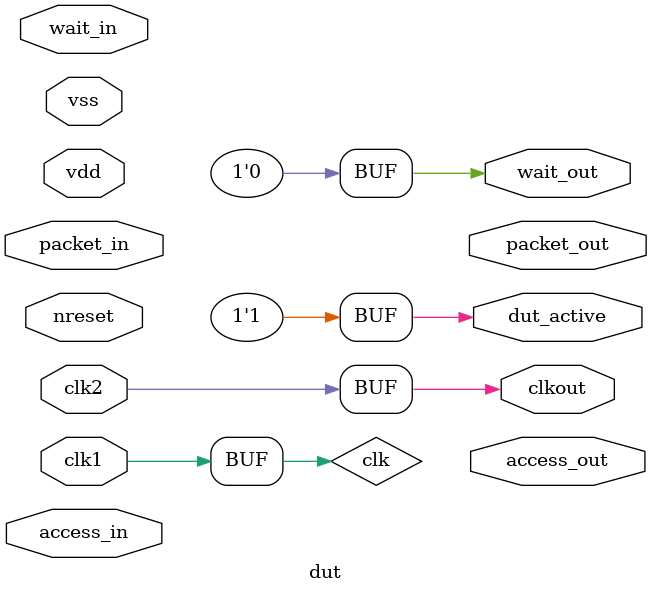
<source format=v>

module dut(/*AUTOARG*/
   // Outputs
   dut_active, clkout, wait_out, access_out, packet_out,
   // Inputs
   clk1, clk2, nreset, vdd, vss, access_in, packet_in, wait_in
   );

   parameter N  = 1;
   parameter PW = 104;
      
   //clock, reset
   input            clk1;
   input            clk2;
   input            nreset;
   input [N*N-1:0]  vdd;
   input 	    vss;
   output 	    dut_active;
   output 	    clkout;
   
   //Stimulus Driven Transaction
   input [N-1:0]     access_in;
   input [N*PW-1:0]  packet_in;
   output [N-1:0]    wait_out;

   //DUT driven transactoin
   output [N-1:0]    access_out;
   output [N*PW-1:0] packet_out;
   input [N-1:0]     wait_in;

   /*AUTOINPUT*/
   /*AUTOOUTPUT*/
   /*AUTOWIRE*/
    

   //tie offs for Dv
   assign dut_active   = 1'b1;
   assign wait_out     = 1'b0;
   assign clk          = clk1;
   assign clkout       = clk2;
   
   oh_debouncer #(.CLKPERIOD(10))   
   oh_debouncer (.clean_out  (clean_out),
		 .nreset     (nreset),
		 .clk	     (clk),
		 .noisy_in   (packet_in[PW-1])
		 );
   
endmodule // dv_elink
// Local Variables:
// verilog-library-directories:("." "../hdl" "../../emesh/dv" "../../emesh/hdl")
// End:


</source>
